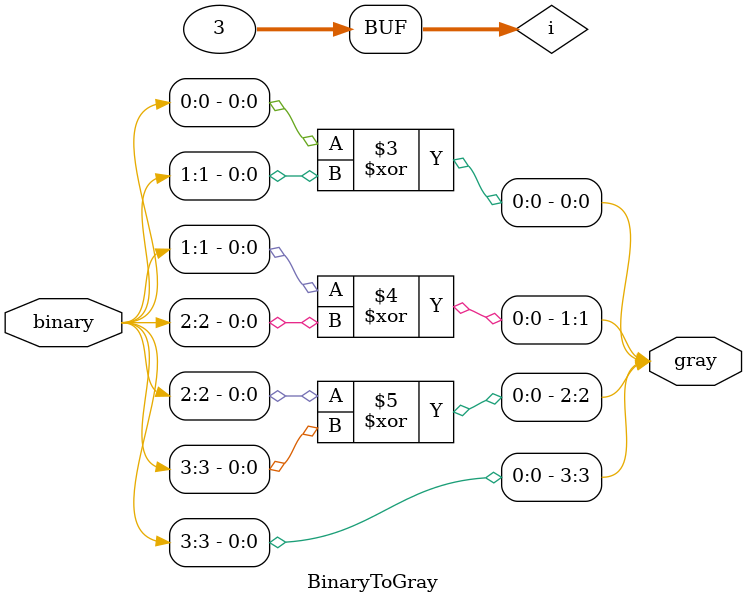
<source format=v>
module BinaryToGray(binary,gray);
input [N-1:0]binary;
output reg [N-1:0]gray;
parameter N=4;
integer i;
always@(*)begin
gray[N-1] = binary[N-1];
 for(i=0 ; i<N-1 ; i=i+1) begin
    gray[i]=binary[i]^binary[i+1];
    end end
endmodule


</source>
